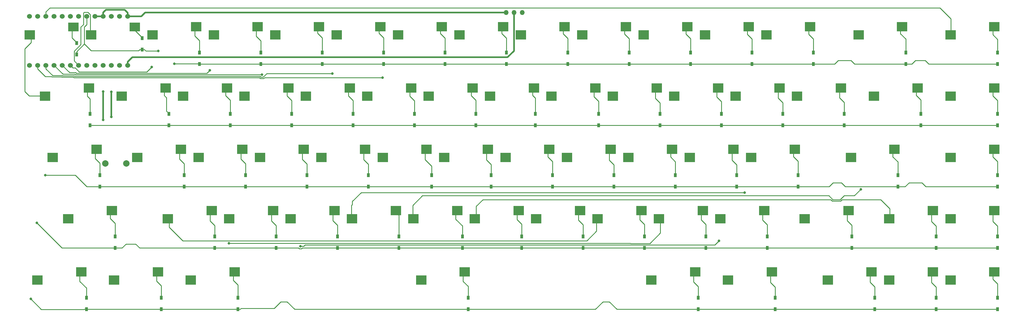
<source format=gbl>
G04 #@! TF.GenerationSoftware,KiCad,Pcbnew,(5.1.4)-1*
G04 #@! TF.CreationDate,2021-12-30T21:43:56+09:00*
G04 #@! TF.ProjectId,gl65,676c3635-2e6b-4696-9361-645f70636258,rev?*
G04 #@! TF.SameCoordinates,Original*
G04 #@! TF.FileFunction,Copper,L2,Bot*
G04 #@! TF.FilePolarity,Positive*
%FSLAX46Y46*%
G04 Gerber Fmt 4.6, Leading zero omitted, Abs format (unit mm)*
G04 Created by KiCad (PCBNEW (5.1.4)-1) date 2021-12-30 21:43:56*
%MOMM*%
%LPD*%
G04 APERTURE LIST*
%ADD10R,3.300000X3.000000*%
%ADD11R,3.300000X2.800000*%
%ADD12C,1.524000*%
%ADD13C,2.000000*%
%ADD14O,1.500000X1.500000*%
%ADD15R,0.950000X1.300000*%
%ADD16C,0.800000*%
%ADD17C,0.250000*%
%ADD18C,0.500000*%
G04 APERTURE END LIST*
D10*
X115687500Y-80605000D03*
X102087500Y-83145000D03*
X40175000Y-25995000D03*
D11*
X53775000Y-23555000D03*
D10*
X25887500Y-45045000D03*
X39487500Y-42505000D03*
X21125000Y-25995000D03*
D11*
X34725000Y-23555000D03*
D10*
X320475000Y-23455000D03*
X306875000Y-25995000D03*
D12*
X49026750Y-35488600D03*
X46486750Y-35488600D03*
X43946750Y-35488600D03*
X41406750Y-35488600D03*
X38866750Y-35488600D03*
X36326750Y-35488600D03*
X33786750Y-35488600D03*
X31246750Y-35488600D03*
X28706750Y-35488600D03*
X26166750Y-35488600D03*
X23626750Y-35488600D03*
X21086750Y-35488600D03*
X21086750Y-20268600D03*
X23626750Y-20268600D03*
X26166750Y-20268600D03*
X28706750Y-20268600D03*
X31246750Y-20268600D03*
X33786750Y-20268600D03*
X36326750Y-20268600D03*
X38866750Y-20268600D03*
X41406750Y-20268600D03*
X43946750Y-20268600D03*
X46486750Y-20268600D03*
X49026750Y-20268600D03*
X51566750Y-20268600D03*
X51566750Y-35488600D03*
D13*
X51070000Y-65980000D03*
X44570000Y-65980000D03*
D10*
X320475000Y-99655000D03*
X306875000Y-102195000D03*
X301425000Y-99655000D03*
X287825000Y-102195000D03*
X282375000Y-99655000D03*
X268775000Y-102195000D03*
X251418750Y-99655000D03*
X237818750Y-102195000D03*
X227606250Y-99655000D03*
X214006250Y-102195000D03*
X142618750Y-102235000D03*
X156118750Y-99695000D03*
X84731250Y-99655000D03*
X71131250Y-102195000D03*
X60918750Y-99655000D03*
X47318750Y-102195000D03*
X37106250Y-99655000D03*
X23506250Y-102195000D03*
X320475000Y-80605000D03*
X306875000Y-83145000D03*
X301425000Y-80605000D03*
X287825000Y-83145000D03*
X261631250Y-83145000D03*
X275231250Y-80605000D03*
X249037500Y-80605000D03*
X235437500Y-83145000D03*
X229987500Y-80605000D03*
X216387500Y-83145000D03*
X210937500Y-80605000D03*
X197337500Y-83145000D03*
X191887500Y-80605000D03*
X178287500Y-83145000D03*
X172837500Y-80605000D03*
X159237500Y-83145000D03*
X153787500Y-80605000D03*
X140187500Y-83145000D03*
X134737500Y-80605000D03*
X121137500Y-83145000D03*
X96637500Y-80605000D03*
X83037500Y-83145000D03*
X77587500Y-80605000D03*
X63987500Y-83145000D03*
X46581250Y-80645000D03*
X33081250Y-83185000D03*
X320475000Y-61555000D03*
X306875000Y-64095000D03*
X289468750Y-61595000D03*
X275968750Y-64135000D03*
X258562500Y-61555000D03*
X244962500Y-64095000D03*
X239512500Y-61555000D03*
X225912500Y-64095000D03*
X220462500Y-61555000D03*
X206862500Y-64095000D03*
X201412500Y-61555000D03*
X187812500Y-64095000D03*
X182362500Y-61555000D03*
X168762500Y-64095000D03*
X163312500Y-61555000D03*
X149712500Y-64095000D03*
X144262500Y-61555000D03*
X130662500Y-64095000D03*
X125212500Y-61555000D03*
X111612500Y-64095000D03*
X106162500Y-61555000D03*
X92562500Y-64095000D03*
X87112500Y-61555000D03*
X73512500Y-64095000D03*
X68062500Y-61555000D03*
X54462500Y-64095000D03*
X28268750Y-64095000D03*
X41868750Y-61555000D03*
X320475000Y-42505000D03*
X306875000Y-45045000D03*
X283062500Y-45045000D03*
X296662500Y-42505000D03*
X272850000Y-42505000D03*
X259250000Y-45045000D03*
X253800000Y-42505000D03*
X240200000Y-45045000D03*
X234750000Y-42505000D03*
X221150000Y-45045000D03*
X215700000Y-42505000D03*
X202100000Y-45045000D03*
X196650000Y-42505000D03*
X183050000Y-45045000D03*
X177600000Y-42505000D03*
X164000000Y-45045000D03*
X158550000Y-42505000D03*
X144950000Y-45045000D03*
X139500000Y-42505000D03*
X125900000Y-45045000D03*
X120450000Y-42505000D03*
X106850000Y-45045000D03*
X101400000Y-42505000D03*
X87800000Y-45045000D03*
X82350000Y-42505000D03*
X68750000Y-45045000D03*
X63300000Y-42505000D03*
X49700000Y-45045000D03*
X278350000Y-26035000D03*
X291850000Y-23495000D03*
X263325000Y-23455000D03*
X249725000Y-25995000D03*
X244275000Y-23455000D03*
X230675000Y-25995000D03*
X225225000Y-23455000D03*
X211625000Y-25995000D03*
X206175000Y-23455000D03*
X192575000Y-25995000D03*
X187125000Y-23455000D03*
X173525000Y-25995000D03*
X168075000Y-23455000D03*
X154475000Y-25995000D03*
X149025000Y-23455000D03*
X135425000Y-25995000D03*
X129975000Y-23455000D03*
X116375000Y-25995000D03*
X110925000Y-23455000D03*
X97325000Y-25995000D03*
X91875000Y-23455000D03*
X78275000Y-25995000D03*
X72825000Y-23455000D03*
X59225000Y-25995000D03*
D14*
X168950000Y-19100000D03*
X171450000Y-19100000D03*
X173950000Y-19100000D03*
D15*
X321468750Y-111312500D03*
X321468750Y-107762500D03*
X302418750Y-111312500D03*
X302418750Y-107762500D03*
X283368750Y-111312500D03*
X283368750Y-107762500D03*
X252412500Y-111312500D03*
X252412500Y-107762500D03*
X228600000Y-111312500D03*
X228600000Y-107762500D03*
X157162500Y-107762500D03*
X157162500Y-111312500D03*
X85725000Y-107762500D03*
X85725000Y-111312500D03*
X61912500Y-107762500D03*
X61912500Y-111312500D03*
X38706250Y-107762500D03*
X38706250Y-111312500D03*
X321468750Y-92262500D03*
X321468750Y-88712500D03*
X302418750Y-92262500D03*
X302418750Y-88712500D03*
X276225000Y-92262500D03*
X276225000Y-88712500D03*
X250031250Y-92262500D03*
X250031250Y-88712500D03*
X230981250Y-92262500D03*
X230981250Y-88712500D03*
X211931250Y-92262500D03*
X211931250Y-88712500D03*
X192881250Y-92262500D03*
X192881250Y-88712500D03*
X173831250Y-88712500D03*
X173831250Y-92262500D03*
X155387500Y-88712500D03*
X155387500Y-92262500D03*
X135731250Y-88712500D03*
X135731250Y-92262500D03*
X116681250Y-88712500D03*
X116681250Y-92262500D03*
X97631250Y-88712500D03*
X97631250Y-92262500D03*
X78581250Y-88712500D03*
X78581250Y-92262500D03*
X47625000Y-88712500D03*
X47625000Y-92262500D03*
X321468750Y-73212500D03*
X321468750Y-69662500D03*
X290512500Y-73212500D03*
X290512500Y-69662500D03*
X259556250Y-73212500D03*
X259556250Y-69662500D03*
X240506250Y-73212500D03*
X240506250Y-69662500D03*
X221456250Y-73212500D03*
X221456250Y-69662500D03*
X202406250Y-73212500D03*
X202406250Y-69662500D03*
X183356250Y-73212500D03*
X183356250Y-69662500D03*
X164306250Y-69662500D03*
X164306250Y-73212500D03*
X145862500Y-69662500D03*
X145862500Y-73212500D03*
X126206250Y-69662500D03*
X126206250Y-73212500D03*
X107156250Y-69662500D03*
X107156250Y-73212500D03*
X88106250Y-69662500D03*
X88106250Y-73212500D03*
X69056250Y-69662500D03*
X69056250Y-73212500D03*
X42862500Y-69662500D03*
X42862500Y-73212500D03*
X321468750Y-54162500D03*
X321468750Y-50612500D03*
X297656250Y-54162500D03*
X297656250Y-50612500D03*
X273843750Y-54162500D03*
X273843750Y-50612500D03*
X254793750Y-54162500D03*
X254793750Y-50612500D03*
X235743750Y-54162500D03*
X235743750Y-50612500D03*
X216693750Y-54162500D03*
X216693750Y-50612500D03*
X197643750Y-54162500D03*
X197643750Y-50612500D03*
X178000000Y-54162500D03*
X178000000Y-50612500D03*
X159543750Y-50612500D03*
X159543750Y-54162500D03*
X140493750Y-50612500D03*
X140493750Y-54162500D03*
X121443750Y-50612500D03*
X121443750Y-54162500D03*
X102393750Y-50612500D03*
X102393750Y-54162500D03*
X83343750Y-50612500D03*
X83343750Y-54162500D03*
X64293750Y-50612500D03*
X64293750Y-54162500D03*
X39875000Y-50612500D03*
X39875000Y-54162500D03*
X321468750Y-35112500D03*
X321468750Y-31562500D03*
X293000000Y-35112500D03*
X293000000Y-31562500D03*
X264318750Y-35112500D03*
X264318750Y-31562500D03*
X245268750Y-35112500D03*
X245268750Y-31562500D03*
X226218750Y-35112500D03*
X226218750Y-31562500D03*
X207168750Y-35112500D03*
X207168750Y-31562500D03*
X188118750Y-35112500D03*
X188118750Y-31562500D03*
X169068750Y-35112500D03*
X169068750Y-31562500D03*
X150018750Y-31562500D03*
X150018750Y-35112500D03*
X130968750Y-31562500D03*
X130968750Y-35112500D03*
X111918750Y-31562500D03*
X111918750Y-35112500D03*
X92868750Y-31562500D03*
X92868750Y-35112500D03*
X73818750Y-31562500D03*
X73818750Y-35112500D03*
X56000000Y-27000000D03*
X56000000Y-30550000D03*
X35718750Y-28575000D03*
X35718750Y-32125000D03*
D16*
X61000000Y-31000000D03*
X66000000Y-35000000D03*
X39967500Y-54162500D03*
X25980000Y-69640000D03*
X23300000Y-84410000D03*
X21460000Y-108090000D03*
X173831250Y-19050000D03*
X169068750Y-19050000D03*
X46486750Y-43686750D03*
X46486750Y-51513250D03*
X23000000Y-102000000D03*
X178000000Y-83000000D03*
X33000000Y-83000000D03*
X28000000Y-64000000D03*
X169000000Y-64000000D03*
X164000000Y-45000000D03*
X26000000Y-45000000D03*
X154000000Y-26000000D03*
X21000000Y-26000000D03*
X47000000Y-102000000D03*
X197000000Y-83000000D03*
X64000000Y-83000000D03*
X54000000Y-64000000D03*
X188000000Y-64000000D03*
X50000000Y-45000000D03*
X183000000Y-45000000D03*
X173000000Y-26000000D03*
X59000000Y-26000000D03*
X71000000Y-102000000D03*
X83000000Y-83000000D03*
X73000000Y-64000000D03*
X69000000Y-45000000D03*
X214000000Y-102000000D03*
X216000000Y-83000000D03*
X207000000Y-64000000D03*
X202000000Y-45000000D03*
X192000000Y-26000000D03*
X82985000Y-90815000D03*
X59000000Y-36000000D03*
X102000000Y-83000000D03*
X92000000Y-64000000D03*
X88000000Y-45000000D03*
X78000000Y-26000000D03*
X238000000Y-102000000D03*
X235000000Y-83000000D03*
X226000000Y-64000000D03*
X221000000Y-45000000D03*
X212000000Y-26000000D03*
X105130000Y-91750000D03*
X235000000Y-90000000D03*
X77000000Y-37000000D03*
X121000000Y-83000000D03*
X112000000Y-64000000D03*
X107000000Y-45000000D03*
X97000000Y-26000000D03*
X262000000Y-83000000D03*
X245000000Y-64000000D03*
X240000000Y-45000000D03*
X231000000Y-26000000D03*
X243000000Y-75000000D03*
X93200020Y-38400020D03*
X143000000Y-102000000D03*
X140000000Y-83000000D03*
X131000000Y-64000000D03*
X126000000Y-45000000D03*
X116000000Y-26000000D03*
X269000000Y-102000000D03*
X276000000Y-64000000D03*
X259000000Y-45000000D03*
X250000000Y-26000000D03*
X279000000Y-74000000D03*
X115000000Y-38000000D03*
X159000000Y-83000000D03*
X150000000Y-64000000D03*
X145000000Y-45000000D03*
X135000000Y-26000000D03*
X288000000Y-102000000D03*
X288000000Y-83000000D03*
X283000000Y-45000000D03*
X278000000Y-26000000D03*
X130640040Y-39300040D03*
X307000000Y-102000000D03*
X307000000Y-83000000D03*
X307000000Y-64000000D03*
X307000000Y-45000000D03*
X307000000Y-26000000D03*
X43946750Y-43656750D03*
X43946750Y-52446750D03*
D17*
X35718750Y-28400000D02*
X35718750Y-28575000D01*
X34275000Y-26956250D02*
X35718750Y-28400000D01*
X34275000Y-23455000D02*
X34275000Y-26956250D01*
X294887500Y-35112500D02*
X293000000Y-35112500D01*
X296000000Y-34000000D02*
X294887500Y-35112500D01*
X299000000Y-34000000D02*
X296000000Y-34000000D01*
X321468750Y-35112500D02*
X300112500Y-35112500D01*
X300112500Y-35112500D02*
X299000000Y-34000000D01*
X73818750Y-35112500D02*
X92868750Y-35112500D01*
X92868750Y-35112500D02*
X111918750Y-35112500D01*
X111918750Y-35112500D02*
X130968750Y-35112500D01*
X130968750Y-35112500D02*
X150018750Y-35112500D01*
X150743750Y-35112500D02*
X169068750Y-35112500D01*
X150018750Y-35112500D02*
X150743750Y-35112500D01*
X169068750Y-35112500D02*
X188118750Y-35112500D01*
X188118750Y-35112500D02*
X207168750Y-35112500D01*
X207893750Y-35112500D02*
X226218750Y-35112500D01*
X207168750Y-35112500D02*
X207893750Y-35112500D01*
X226943750Y-35112500D02*
X245268750Y-35112500D01*
X226218750Y-35112500D02*
X226943750Y-35112500D01*
X245993750Y-35112500D02*
X264318750Y-35112500D01*
X245268750Y-35112500D02*
X245993750Y-35112500D01*
X264318750Y-35112500D02*
X270887500Y-35112500D01*
X270887500Y-35112500D02*
X272000000Y-34000000D01*
X272000000Y-34000000D02*
X276000000Y-34000000D01*
X277112500Y-35112500D02*
X293000000Y-35112500D01*
X276000000Y-34000000D02*
X277112500Y-35112500D01*
X38104751Y-28838999D02*
X35718750Y-31225000D01*
X35718750Y-31225000D02*
X35718750Y-32125000D01*
X38104751Y-23531659D02*
X38104751Y-28838999D01*
X38866750Y-22769660D02*
X38104751Y-23531659D01*
X38866750Y-20268600D02*
X38866750Y-22769660D01*
X56725000Y-30550000D02*
X57175000Y-31000000D01*
X56000000Y-30550000D02*
X56725000Y-30550000D01*
X57175000Y-31000000D02*
X61000000Y-31000000D01*
X61000000Y-31000000D02*
X61000000Y-31000000D01*
X73706250Y-35000000D02*
X73818750Y-35112500D01*
X66000000Y-35000000D02*
X73706250Y-35000000D01*
X40165753Y-30900001D02*
X38104751Y-28838999D01*
X54924999Y-30900001D02*
X40165753Y-30900001D01*
X55275000Y-30550000D02*
X54924999Y-30900001D01*
X56000000Y-30550000D02*
X55275000Y-30550000D01*
X56000000Y-26825000D02*
X56000000Y-27000000D01*
X53325000Y-24150000D02*
X56000000Y-26825000D01*
X53325000Y-23455000D02*
X53325000Y-24150000D01*
X72375000Y-23455000D02*
X72375000Y-26375000D01*
X73818750Y-27818750D02*
X73818750Y-31562500D01*
X72375000Y-26375000D02*
X73818750Y-27818750D01*
X91425000Y-23455000D02*
X91425000Y-26425000D01*
X92868750Y-27868750D02*
X92868750Y-31562500D01*
X91425000Y-26425000D02*
X92868750Y-27868750D01*
X110475000Y-23455000D02*
X110475000Y-25475000D01*
X111918750Y-26918750D02*
X111918750Y-31562500D01*
X110475000Y-25475000D02*
X111918750Y-26918750D01*
X129525000Y-23455000D02*
X129525000Y-25525000D01*
X130968750Y-26968750D02*
X130968750Y-31562500D01*
X129525000Y-25525000D02*
X130968750Y-26968750D01*
X148575000Y-23455000D02*
X148575000Y-25575000D01*
X150018750Y-27018750D02*
X150018750Y-31562500D01*
X148575000Y-25575000D02*
X150018750Y-27018750D01*
X167625000Y-23455000D02*
X167625000Y-25625000D01*
X169068750Y-27068750D02*
X169068750Y-31562500D01*
X167625000Y-25625000D02*
X169068750Y-27068750D01*
X186675000Y-23455000D02*
X186675000Y-25675000D01*
X188118750Y-27118750D02*
X188118750Y-31562500D01*
X186675000Y-25675000D02*
X188118750Y-27118750D01*
X205725000Y-23455000D02*
X205725000Y-25725000D01*
X207168750Y-27168750D02*
X207168750Y-31562500D01*
X205725000Y-25725000D02*
X207168750Y-27168750D01*
X224775000Y-23455000D02*
X224775000Y-25775000D01*
X226218750Y-27218750D02*
X226218750Y-31562500D01*
X224775000Y-25775000D02*
X226218750Y-27218750D01*
X243825000Y-23455000D02*
X243825000Y-25825000D01*
X245268750Y-27268750D02*
X245268750Y-31562500D01*
X243825000Y-25825000D02*
X245268750Y-27268750D01*
X262875000Y-23455000D02*
X262875000Y-25875000D01*
X264318750Y-27318750D02*
X264318750Y-31562500D01*
X262875000Y-25875000D02*
X264318750Y-27318750D01*
X291350000Y-23495000D02*
X291350000Y-25650000D01*
X293000000Y-27300000D02*
X293000000Y-31562500D01*
X291350000Y-25650000D02*
X293000000Y-27300000D01*
X320025000Y-23455000D02*
X320025000Y-25975000D01*
X321468750Y-27418750D02*
X321468750Y-31562500D01*
X320025000Y-25975000D02*
X321468750Y-27418750D01*
X39037500Y-42505000D02*
X39037500Y-45037500D01*
X39875000Y-45875000D02*
X39875000Y-50612500D01*
X39037500Y-45037500D02*
X39875000Y-45875000D01*
X321468750Y-54162500D02*
X297656250Y-54162500D01*
X297656250Y-54162500D02*
X273843750Y-54162500D01*
X273118750Y-54162500D02*
X254793750Y-54162500D01*
X273843750Y-54162500D02*
X273118750Y-54162500D01*
X254068750Y-54162500D02*
X235743750Y-54162500D01*
X254793750Y-54162500D02*
X254068750Y-54162500D01*
X235018750Y-54162500D02*
X216693750Y-54162500D01*
X235743750Y-54162500D02*
X235018750Y-54162500D01*
X216693750Y-54162500D02*
X197643750Y-54162500D01*
X197643750Y-54162500D02*
X178000000Y-54162500D01*
X178000000Y-54162500D02*
X159543750Y-54162500D01*
X159543750Y-54162500D02*
X140493750Y-54162500D01*
X140493750Y-54162500D02*
X121443750Y-54162500D01*
X121443750Y-54162500D02*
X102393750Y-54162500D01*
X102393750Y-54162500D02*
X83343750Y-54162500D01*
X83343750Y-54162500D02*
X64293750Y-54162500D01*
X64293750Y-54162500D02*
X39967500Y-54162500D01*
X36326750Y-20268600D02*
X36326750Y-20673250D01*
X39967500Y-54162500D02*
X39875000Y-54162500D01*
X63568750Y-49712500D02*
X64293750Y-50437500D01*
X62850000Y-44850000D02*
X63568749Y-45568749D01*
X62850000Y-42505000D02*
X62850000Y-44850000D01*
X64293750Y-50437500D02*
X64293750Y-50612500D01*
X63568749Y-45568749D02*
X63568750Y-49712500D01*
X81900000Y-42505000D02*
X81900000Y-44900000D01*
X83343750Y-46343750D02*
X83343750Y-50612500D01*
X81900000Y-44900000D02*
X83343750Y-46343750D01*
X100950000Y-42505000D02*
X100950000Y-44950000D01*
X102393750Y-46393750D02*
X102393750Y-50612500D01*
X100950000Y-44950000D02*
X102393750Y-46393750D01*
X121443750Y-46443750D02*
X121443750Y-50612500D01*
X120000000Y-42505000D02*
X120000000Y-45000000D01*
X120000000Y-45000000D02*
X121443750Y-46443750D01*
X140493750Y-46493750D02*
X140493750Y-50612500D01*
X139050000Y-42505000D02*
X139050000Y-45050000D01*
X139050000Y-45050000D02*
X140493750Y-46493750D01*
X159543750Y-46343750D02*
X159543750Y-50612500D01*
X158100000Y-42505000D02*
X158100000Y-44900000D01*
X158100000Y-44900000D02*
X159543750Y-46343750D01*
X177150000Y-42505000D02*
X177150000Y-44850000D01*
X178000000Y-45700000D02*
X178000000Y-50612500D01*
X177150000Y-44850000D02*
X178000000Y-45700000D01*
X197643750Y-46643750D02*
X197643750Y-50612500D01*
X196200000Y-42505000D02*
X196200000Y-45200000D01*
X196200000Y-45200000D02*
X197643750Y-46643750D01*
X216693750Y-47193750D02*
X216693750Y-50612500D01*
X215250000Y-42505000D02*
X215250000Y-45750000D01*
X215250000Y-45750000D02*
X216693750Y-47193750D01*
X235743750Y-46743750D02*
X235743750Y-50612500D01*
X234300000Y-42505000D02*
X234300000Y-45300000D01*
X234300000Y-45300000D02*
X235743750Y-46743750D01*
X254793750Y-47093750D02*
X254793750Y-50612500D01*
X253350000Y-42505000D02*
X253350000Y-45650000D01*
X253350000Y-45650000D02*
X254793750Y-47093750D01*
X273843750Y-47043750D02*
X273843750Y-50612500D01*
X272400000Y-42505000D02*
X272400000Y-45600000D01*
X272400000Y-45600000D02*
X273843750Y-47043750D01*
X297656250Y-46231250D02*
X297656250Y-50612500D01*
X296212500Y-42505000D02*
X296212500Y-44787500D01*
X296212500Y-44787500D02*
X297656250Y-46231250D01*
X321468750Y-46418750D02*
X321468750Y-50612500D01*
X320025000Y-42505000D02*
X320025000Y-44975000D01*
X320025000Y-44975000D02*
X321468750Y-46418750D01*
X42862500Y-65862500D02*
X42862500Y-69662500D01*
X41418750Y-61555000D02*
X41418750Y-64418750D01*
X41418750Y-64418750D02*
X42862500Y-65862500D01*
X42862500Y-73212500D02*
X69056250Y-73212500D01*
X69056250Y-73212500D02*
X88106250Y-73212500D01*
X88831250Y-73212500D02*
X107156250Y-73212500D01*
X88106250Y-73212500D02*
X88831250Y-73212500D01*
X107881250Y-73212500D02*
X126206250Y-73212500D01*
X107156250Y-73212500D02*
X107881250Y-73212500D01*
X126931250Y-73212500D02*
X145862500Y-73212500D01*
X126206250Y-73212500D02*
X126931250Y-73212500D01*
X145862500Y-73212500D02*
X164306250Y-73212500D01*
X164306250Y-73212500D02*
X183356250Y-73212500D01*
X183356250Y-73212500D02*
X202406250Y-73212500D01*
X202406250Y-73212500D02*
X221456250Y-73212500D01*
X221456250Y-73212500D02*
X240506250Y-73212500D01*
X240506250Y-73212500D02*
X259556250Y-73212500D01*
X274212500Y-73212500D02*
X290512500Y-73212500D01*
X273000000Y-72000000D02*
X274212500Y-73212500D01*
X270425000Y-72000000D02*
X273000000Y-72000000D01*
X259556250Y-73212500D02*
X269212500Y-73212500D01*
X269212500Y-73212500D02*
X270425000Y-72000000D01*
X299212500Y-73212500D02*
X321468750Y-73212500D01*
X298000000Y-72000000D02*
X299212500Y-73212500D01*
X294000000Y-72000000D02*
X298000000Y-72000000D01*
X290512500Y-73212500D02*
X292787500Y-73212500D01*
X292787500Y-73212500D02*
X294000000Y-72000000D01*
X33786750Y-20268600D02*
X33731400Y-20268600D01*
X33786750Y-20268600D02*
X33786750Y-20786750D01*
X38815248Y-73212500D02*
X35242748Y-69640000D01*
X42862500Y-73212500D02*
X38815248Y-73212500D01*
X35242748Y-69640000D02*
X25980000Y-69640000D01*
X25980000Y-69640000D02*
X25960000Y-69640000D01*
X67612500Y-61555000D02*
X67612500Y-64612500D01*
X69056250Y-66056250D02*
X69056250Y-69662500D01*
X67612500Y-64612500D02*
X69056250Y-66056250D01*
X86662500Y-61555000D02*
X86662500Y-64662500D01*
X88106250Y-66106250D02*
X88106250Y-69662500D01*
X86662500Y-64662500D02*
X88106250Y-66106250D01*
X105712500Y-61555000D02*
X105712500Y-64712500D01*
X107156250Y-66156250D02*
X107156250Y-69662500D01*
X105712500Y-64712500D02*
X107156250Y-66156250D01*
X126206250Y-66206250D02*
X126206250Y-69662500D01*
X124762500Y-61555000D02*
X124762500Y-64762500D01*
X124762500Y-64762500D02*
X126206250Y-66206250D01*
X145862500Y-66862500D02*
X145862500Y-69662500D01*
X143812500Y-61555000D02*
X143812500Y-64812500D01*
X143812500Y-64812500D02*
X145862500Y-66862500D01*
X164306250Y-66306250D02*
X164306250Y-69662500D01*
X162862500Y-61555000D02*
X162862500Y-64862500D01*
X162862500Y-64862500D02*
X164306250Y-66306250D01*
X183356250Y-65356250D02*
X183356250Y-69662500D01*
X181912500Y-61555000D02*
X181912500Y-63912500D01*
X181912500Y-63912500D02*
X183356250Y-65356250D01*
X202406250Y-66406250D02*
X202406250Y-69662500D01*
X200962500Y-61555000D02*
X200962500Y-64962500D01*
X200962500Y-64962500D02*
X202406250Y-66406250D01*
X221456250Y-65431250D02*
X221456250Y-69662500D01*
X220012500Y-61555000D02*
X220012500Y-63987500D01*
X220012500Y-63987500D02*
X221456250Y-65431250D01*
X240506250Y-66381250D02*
X240506250Y-69662500D01*
X239062500Y-61555000D02*
X239062500Y-64937500D01*
X239062500Y-64937500D02*
X240506250Y-66381250D01*
X259556250Y-65331250D02*
X259556250Y-69662500D01*
X258112500Y-61555000D02*
X258112500Y-63887500D01*
X258112500Y-63887500D02*
X259556250Y-65331250D01*
X290512500Y-65512500D02*
X290512500Y-69662500D01*
X288968750Y-61595000D02*
X288968750Y-63968750D01*
X288968750Y-63968750D02*
X290512500Y-65512500D01*
X320025000Y-61555000D02*
X320025000Y-63975000D01*
X321468750Y-65418750D02*
X321468750Y-69662500D01*
X320025000Y-63975000D02*
X321468750Y-65418750D01*
X46081250Y-80645000D02*
X46081250Y-83081250D01*
X47625000Y-84625000D02*
X47625000Y-88712500D01*
X46081250Y-83081250D02*
X47625000Y-84625000D01*
X321468750Y-92262500D02*
X302418750Y-92262500D01*
X302418750Y-92262500D02*
X276225000Y-92262500D01*
X276225000Y-92262500D02*
X250031250Y-92262500D01*
X250031250Y-92262500D02*
X230981250Y-92262500D01*
X230256250Y-92262500D02*
X211931250Y-92262500D01*
X230981250Y-92262500D02*
X230256250Y-92262500D01*
X211206250Y-92262500D02*
X192881250Y-92262500D01*
X211931250Y-92262500D02*
X211206250Y-92262500D01*
X192156250Y-92262500D02*
X173831250Y-92262500D01*
X192881250Y-92262500D02*
X192156250Y-92262500D01*
X173106250Y-92262500D02*
X155387500Y-92262500D01*
X173831250Y-92262500D02*
X173106250Y-92262500D01*
X154662500Y-92262500D02*
X135731250Y-92262500D01*
X155387500Y-92262500D02*
X154662500Y-92262500D01*
X135006250Y-92262500D02*
X116681250Y-92262500D01*
X135731250Y-92262500D02*
X135006250Y-92262500D01*
X97631250Y-92262500D02*
X78581250Y-92262500D01*
X55262500Y-92262500D02*
X54000000Y-91000000D01*
X78581250Y-92262500D02*
X55262500Y-92262500D01*
X54000000Y-91000000D02*
X51000000Y-91000000D01*
X51000000Y-91000000D02*
X49737500Y-92262500D01*
X49737500Y-92262500D02*
X47625000Y-92262500D01*
X31152500Y-92262500D02*
X23300000Y-84410000D01*
X47625000Y-92262500D02*
X31152500Y-92262500D01*
X105690502Y-92262500D02*
X116681250Y-92262500D01*
X105478001Y-92475001D02*
X105690502Y-92262500D01*
X104781999Y-92475001D02*
X105478001Y-92475001D01*
X104569498Y-92262500D02*
X104781999Y-92475001D01*
X97631250Y-92262500D02*
X104569498Y-92262500D01*
X77137500Y-80605000D02*
X77137500Y-83862500D01*
X78581250Y-85306250D02*
X78581250Y-88712500D01*
X77137500Y-83862500D02*
X78581250Y-85306250D01*
X96187500Y-80605000D02*
X96187500Y-83812500D01*
X97631250Y-85256250D02*
X97631250Y-88712500D01*
X96187500Y-83812500D02*
X97631250Y-85256250D01*
X115237500Y-80605000D02*
X115237500Y-83762500D01*
X116681250Y-85206250D02*
X116681250Y-88712500D01*
X115237500Y-83762500D02*
X116681250Y-85206250D01*
X134287500Y-80605000D02*
X135731250Y-82048750D01*
X135731250Y-87812500D02*
X135731250Y-88712500D01*
X135731250Y-82048750D02*
X135731250Y-87812500D01*
X153337500Y-80605000D02*
X153337500Y-83337500D01*
X155387500Y-85387500D02*
X155387500Y-88712500D01*
X153337500Y-83337500D02*
X155387500Y-85387500D01*
X172387500Y-80605000D02*
X172387500Y-83387500D01*
X173831250Y-84831250D02*
X173831250Y-88712500D01*
X172387500Y-83387500D02*
X173831250Y-84831250D01*
X191437500Y-80605000D02*
X191437500Y-83562500D01*
X192881250Y-85006250D02*
X192881250Y-88712500D01*
X191437500Y-83562500D02*
X192881250Y-85006250D01*
X210487500Y-80605000D02*
X210487500Y-83487500D01*
X211931250Y-84931250D02*
X211931250Y-88712500D01*
X210487500Y-83487500D02*
X211931250Y-84931250D01*
X229537500Y-80605000D02*
X229537500Y-83537500D01*
X230981250Y-84981250D02*
X230981250Y-88712500D01*
X229537500Y-83537500D02*
X230981250Y-84981250D01*
X248587500Y-80605000D02*
X248587500Y-83587500D01*
X250031250Y-85031250D02*
X250031250Y-88712500D01*
X248587500Y-83587500D02*
X250031250Y-85031250D01*
X274781250Y-80605000D02*
X274781250Y-83781250D01*
X276225000Y-85225000D02*
X276225000Y-88712500D01*
X274781250Y-83781250D02*
X276225000Y-85225000D01*
X300975000Y-80605000D02*
X300975000Y-83975000D01*
X302418750Y-85418750D02*
X302418750Y-88712500D01*
X300975000Y-83975000D02*
X302418750Y-85418750D01*
X320025000Y-80605000D02*
X320025000Y-83975000D01*
X321468750Y-85418750D02*
X321468750Y-88712500D01*
X320025000Y-83975000D02*
X321468750Y-85418750D01*
X36656250Y-99655000D02*
X36656250Y-102656250D01*
X38706250Y-104706250D02*
X38706250Y-107762500D01*
X36656250Y-102656250D02*
X38706250Y-104706250D01*
X39431250Y-111312500D02*
X61912500Y-111312500D01*
X38706250Y-111312500D02*
X39431250Y-111312500D01*
X61912500Y-111312500D02*
X85725000Y-111312500D01*
X86450000Y-111312500D02*
X86762500Y-111000000D01*
X85725000Y-111312500D02*
X86450000Y-111312500D01*
X86762500Y-111000000D02*
X97000000Y-111000000D01*
X97000000Y-111000000D02*
X99000000Y-109000000D01*
X99000000Y-109000000D02*
X101000000Y-109000000D01*
X103312500Y-111312500D02*
X157162500Y-111312500D01*
X101000000Y-109000000D02*
X103312500Y-111312500D01*
X196687500Y-111312500D02*
X157162500Y-111312500D01*
X199000000Y-109000000D02*
X196687500Y-111312500D01*
X201000000Y-109000000D02*
X199000000Y-109000000D01*
X228600000Y-111312500D02*
X203312500Y-111312500D01*
X203312500Y-111312500D02*
X201000000Y-109000000D01*
X228600000Y-111312500D02*
X252412500Y-111312500D01*
X252412500Y-111312500D02*
X283368750Y-111312500D01*
X283368750Y-111312500D02*
X302418750Y-111312500D01*
X302418750Y-111312500D02*
X321468750Y-111312500D01*
X37981250Y-111312500D02*
X37953750Y-111340000D01*
X38706250Y-111312500D02*
X37981250Y-111312500D01*
X24710000Y-111340000D02*
X21460000Y-108090000D01*
X37953750Y-111340000D02*
X24710000Y-111340000D01*
X60468750Y-99655000D02*
X60468750Y-102531250D01*
X61912500Y-103975000D02*
X61912500Y-107762500D01*
X60468750Y-102531250D02*
X61912500Y-103975000D01*
X84281250Y-99655000D02*
X84281250Y-102281250D01*
X85725000Y-103725000D02*
X85725000Y-107762500D01*
X84281250Y-102281250D02*
X85725000Y-103725000D01*
X155618750Y-99695000D02*
X155618750Y-102618750D01*
X157162500Y-104162500D02*
X157162500Y-107762500D01*
X155618750Y-102618750D02*
X157162500Y-104162500D01*
X227156250Y-99655000D02*
X227156250Y-102843750D01*
X228600000Y-104287500D02*
X228600000Y-107762500D01*
X227156250Y-102843750D02*
X228600000Y-104287500D01*
X250968750Y-99655000D02*
X250968750Y-102968750D01*
X252412500Y-104412500D02*
X252412500Y-107762500D01*
X250968750Y-102968750D02*
X252412500Y-104412500D01*
X281925000Y-99655000D02*
X281925000Y-102925000D01*
X283368750Y-104368750D02*
X283368750Y-107762500D01*
X281925000Y-102925000D02*
X283368750Y-104368750D01*
X300975000Y-99655000D02*
X300975000Y-102975000D01*
X302418750Y-104418750D02*
X302418750Y-107762500D01*
X300975000Y-102975000D02*
X302418750Y-104418750D01*
X320025000Y-99655000D02*
X320025000Y-101975000D01*
X321468750Y-103418750D02*
X321468750Y-107762500D01*
X320025000Y-101975000D02*
X321468750Y-103418750D01*
D18*
X169068750Y-19050000D02*
X56950000Y-19050000D01*
X55731400Y-20268600D02*
X51566750Y-20268600D01*
X56950000Y-19050000D02*
X55731400Y-20268600D01*
X43946750Y-19053250D02*
X44799980Y-18200020D01*
X43946750Y-20268600D02*
X43946750Y-19053250D01*
X44799980Y-18200020D02*
X50000000Y-18200020D01*
X50000000Y-18200020D02*
X50200020Y-18200020D01*
X50575800Y-18200020D02*
X50000000Y-18200020D01*
X51566750Y-19190970D02*
X50575800Y-18200020D01*
X51566750Y-20268600D02*
X51566750Y-19190970D01*
X43946750Y-20268600D02*
X41406750Y-20268600D01*
X46486750Y-43686750D02*
X46486750Y-51513250D01*
X46486750Y-51513250D02*
X46486750Y-51513250D01*
X51566750Y-34410970D02*
X51566750Y-35488600D01*
X52977720Y-33000000D02*
X51566750Y-34410970D01*
X169400002Y-33000000D02*
X52977720Y-33000000D01*
X171450000Y-19100000D02*
X171450000Y-20550000D01*
X171424999Y-30975003D02*
X169400002Y-33000000D01*
X171424999Y-20575001D02*
X171424999Y-30975003D01*
X171450000Y-20550000D02*
X171424999Y-20575001D01*
D17*
X21900000Y-45000000D02*
X26000000Y-45000000D01*
X21000000Y-45000000D02*
X21900000Y-45000000D01*
X19650010Y-43650010D02*
X21000000Y-45000000D01*
X19650010Y-30349990D02*
X19650010Y-43650010D01*
X21575000Y-25995000D02*
X21575000Y-28425000D01*
X21575000Y-28425000D02*
X19650010Y-30349990D01*
X34918749Y-31085003D02*
X34918749Y-34080599D01*
X34918749Y-34080599D02*
X36326750Y-35488600D01*
X37000000Y-29003752D02*
X34918749Y-31085003D01*
X37779749Y-22779749D02*
X37000000Y-23559498D01*
X39953751Y-25323751D02*
X39953751Y-19746839D01*
X37000000Y-23559498D02*
X37000000Y-29003752D01*
X40625000Y-25995000D02*
X39953751Y-25323751D01*
X39953751Y-19746839D02*
X39206912Y-19000000D01*
X39206912Y-19000000D02*
X38000000Y-19000000D01*
X38000000Y-19000000D02*
X37779749Y-19220251D01*
X37779749Y-19220251D02*
X37779749Y-22779749D01*
X64437500Y-85766002D02*
X64437500Y-83145000D01*
X68671498Y-90000000D02*
X64437500Y-85766002D01*
X194000000Y-90000000D02*
X68671498Y-90000000D01*
X197000000Y-87000000D02*
X194000000Y-90000000D01*
X197787500Y-83145000D02*
X197000000Y-83932500D01*
X197000000Y-83932500D02*
X197000000Y-87000000D01*
X216837500Y-87582500D02*
X216837500Y-83145000D01*
X213590000Y-90830000D02*
X216837500Y-87582500D01*
X207550000Y-90830000D02*
X213590000Y-90830000D01*
X82985000Y-90815000D02*
X207535000Y-90815000D01*
X207535000Y-90815000D02*
X207550000Y-90830000D01*
X57500000Y-37500000D02*
X59000000Y-36000000D01*
X36500000Y-37500000D02*
X57500000Y-37500000D01*
X35250599Y-36250599D02*
X36500000Y-37500000D01*
X33786750Y-35488600D02*
X34548749Y-36250599D01*
X34548749Y-36250599D02*
X35250599Y-36250599D01*
X105130000Y-91750000D02*
X106110000Y-91750000D01*
X106572501Y-91287499D02*
X233712501Y-91287499D01*
X106110000Y-91750000D02*
X106572501Y-91287499D01*
X233712501Y-91287499D02*
X235000000Y-90000000D01*
X76049990Y-37950010D02*
X77000000Y-37000000D01*
X35611749Y-37950009D02*
X76049990Y-37950010D01*
X35361720Y-37699980D02*
X35611749Y-37950009D01*
X31246750Y-35488600D02*
X33458130Y-37699980D01*
X33458130Y-37699980D02*
X35361720Y-37699980D01*
X121000000Y-83000000D02*
X121000000Y-79000000D01*
X121220001Y-78779999D02*
X121220001Y-77779999D01*
X121000000Y-79000000D02*
X121220001Y-78779999D01*
X121220001Y-77779999D02*
X124000000Y-75000000D01*
X124000000Y-75000000D02*
X241000000Y-75000000D01*
X241000000Y-75000000D02*
X243000000Y-75000000D01*
X93200020Y-38400020D02*
X93200020Y-38400020D01*
X35236430Y-38400020D02*
X92634335Y-38400020D01*
X35086401Y-38249991D02*
X35236430Y-38400020D01*
X92634335Y-38400020D02*
X93200020Y-38400020D01*
X31468141Y-38249991D02*
X35086401Y-38249991D01*
X28706750Y-35488600D02*
X31468141Y-38249991D01*
X140000000Y-79000000D02*
X140000000Y-83000000D01*
X143000000Y-76000000D02*
X140000000Y-79000000D01*
X277000000Y-76000000D02*
X273824752Y-76000000D01*
X279000000Y-74000000D02*
X277000000Y-76000000D01*
X273824752Y-76000000D02*
X272584751Y-77240001D01*
X272584751Y-77240001D02*
X270352749Y-77240001D01*
X270352749Y-77240001D02*
X269112748Y-76000000D01*
X269112748Y-76000000D02*
X143000000Y-76000000D01*
X92577028Y-38850030D02*
X92852019Y-39125021D01*
X35050030Y-38850030D02*
X92577028Y-38850030D01*
X26166750Y-35488600D02*
X26166750Y-36566230D01*
X28220520Y-38620000D02*
X31201740Y-38620000D01*
X92852019Y-39125021D02*
X93548021Y-39125021D01*
X31201740Y-38620000D02*
X31281741Y-38700001D01*
X31281741Y-38700001D02*
X34900001Y-38700001D01*
X94673042Y-38000000D02*
X115000000Y-38000000D01*
X93548021Y-39125021D02*
X94673042Y-38000000D01*
X26166750Y-36566230D02*
X28220520Y-38620000D01*
X34900001Y-38700001D02*
X35050030Y-38850030D01*
X288000000Y-82870000D02*
X288275000Y-83145000D01*
X288000000Y-80000000D02*
X288000000Y-82870000D01*
X159687500Y-83145000D02*
X159687500Y-79312500D01*
X272771151Y-77690012D02*
X273221161Y-77240001D01*
X273221161Y-77240001D02*
X285240001Y-77240001D01*
X269716339Y-77240001D02*
X270166349Y-77690012D01*
X161759999Y-77240001D02*
X269716339Y-77240001D01*
X159687500Y-79312500D02*
X161759999Y-77240001D01*
X285240001Y-77240001D02*
X288000000Y-80000000D01*
X270166349Y-77690012D02*
X272771151Y-77690012D01*
X34713601Y-39150011D02*
X34863630Y-39300040D01*
X31095341Y-39150011D02*
X34713601Y-39150011D01*
X23626750Y-36566230D02*
X26000520Y-38940000D01*
X23626750Y-35488600D02*
X23626750Y-36566230D01*
X26000520Y-38940000D02*
X27904110Y-38940000D01*
X27904110Y-38940000D02*
X28034120Y-39070010D01*
X28034120Y-39070010D02*
X31015340Y-39070010D01*
X31015340Y-39070010D02*
X31095341Y-39150011D01*
X94009412Y-39300040D02*
X123563630Y-39300040D01*
X93734422Y-39575030D02*
X94009412Y-39300040D01*
X92665619Y-39575031D02*
X93734422Y-39575030D01*
X34863630Y-39300040D02*
X92390628Y-39300040D01*
X92390628Y-39300040D02*
X92665619Y-39575031D01*
X123563630Y-39300040D02*
X130640040Y-39300040D01*
X130640040Y-39300040D02*
X130640040Y-39300040D01*
X26166750Y-18833250D02*
X26166750Y-20268600D01*
X27374990Y-17625010D02*
X26166750Y-18833250D01*
X303625010Y-17625010D02*
X27374990Y-17625010D01*
X307000000Y-26000000D02*
X307000000Y-21000000D01*
X307000000Y-21000000D02*
X303625010Y-17625010D01*
D18*
X43946750Y-43656750D02*
X43946750Y-52446750D01*
D17*
X43946750Y-52446750D02*
X43946750Y-52446750D01*
M02*

</source>
